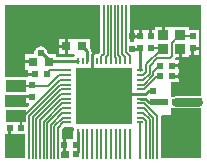
<source format=gtl>
G04 Layer_Physical_Order=1*
G04 Layer_Color=255*
%FSLAX24Y24*%
%MOIN*%
G70*
G01*
G75*
%ADD10R,0.0374X0.0335*%
%ADD11R,0.0197X0.0236*%
%ADD12R,0.0236X0.0197*%
%ADD13R,0.0256X0.0197*%
%ADD14O,0.0256X0.0079*%
%ADD15O,0.0079X0.0256*%
%ADD16R,0.1850X0.1850*%
%ADD17R,0.0295X0.0315*%
%ADD18R,0.0709X0.0394*%
%ADD19R,0.0300X0.0300*%
%ADD20C,0.0090*%
%ADD21C,0.0060*%
%ADD22C,0.0300*%
%ADD23C,0.0150*%
%ADD24C,0.0100*%
%ADD25C,0.0080*%
%ADD26C,0.0200*%
%ADD27C,0.0240*%
%ADD28C,0.0260*%
G36*
X-120Y1474D02*
X-171Y1424D01*
X-184Y1409D01*
X-193Y1412D01*
X-214Y1418D01*
X-236Y1419D01*
X-258Y1418D01*
X-279Y1412D01*
X-300Y1404D01*
X-315Y1395D01*
X-330Y1404D01*
X-351Y1412D01*
X-372Y1418D01*
X-394Y1419D01*
X-406Y1430D01*
Y1507D01*
X-408Y1530D01*
X-413Y1552D01*
X-422Y1573D01*
X-434Y1592D01*
X-448Y1610D01*
X-467Y1628D01*
Y1927D01*
X-948D01*
X-962Y1927D01*
X-998D01*
X-1012Y1927D01*
X-1196D01*
Y1670D01*
Y1413D01*
X-1003Y1413D01*
X-972Y1374D01*
X-974Y1368D01*
X-979Y1362D01*
X-991Y1343D01*
X-998Y1327D01*
X-1587D01*
Y1407D01*
X-1820D01*
X-1879Y1467D01*
X-1880Y1476D01*
X-1885Y1505D01*
X-1895Y1532D01*
X-1908Y1558D01*
X-1924Y1582D01*
X-1943Y1604D01*
X-1964Y1623D01*
X-1988Y1639D01*
X-2014Y1651D01*
X-2041Y1661D01*
X-2070Y1666D01*
X-2098Y1668D01*
X-2127Y1666D01*
X-2155Y1661D01*
X-2183Y1651D01*
X-2209Y1639D01*
X-2233Y1623D01*
X-2254Y1604D01*
X-2273Y1582D01*
X-2289Y1558D01*
X-2302Y1532D01*
X-2311Y1505D01*
X-2317Y1476D01*
X-2319Y1448D01*
X-2363Y1407D01*
X-2613D01*
Y1200D01*
X-2366D01*
Y1100D01*
X-2613D01*
Y893D01*
X-2515D01*
Y790D01*
X-2297D01*
Y690D01*
X-2515D01*
Y639D01*
X-3280D01*
Y3040D01*
X-120D01*
Y1474D01*
D02*
G37*
G36*
X-2578Y33D02*
X-2380D01*
Y-67D01*
X-2578D01*
Y-235D01*
X-2501D01*
X-2482Y-281D01*
X-2546Y-345D01*
X-3280D01*
Y45D01*
X-2578D01*
Y33D01*
D02*
G37*
G36*
X3249Y3D02*
X3144D01*
X3137Y3D01*
X2400D01*
X2374Y1D01*
X2348Y-4D01*
X2323Y-12D01*
X2300Y-24D01*
X2258Y-5D01*
X2250Y3D01*
Y482D01*
X2495D01*
Y630D01*
X2277D01*
Y730D01*
X2495D01*
Y832D01*
X2495D01*
Y980D01*
X2277D01*
Y1080D01*
X2495D01*
Y1228D01*
X2403D01*
X2384Y1260D01*
X2380Y1273D01*
X2408Y1316D01*
X2505D01*
Y1584D01*
X2605D01*
Y1316D01*
X2842D01*
Y1395D01*
X2920D01*
Y1613D01*
X2970D01*
Y1663D01*
X3168D01*
Y1789D01*
Y2225D01*
X2842D01*
Y2304D01*
X2035D01*
Y2036D01*
X1935D01*
Y2304D01*
X1698D01*
Y2225D01*
X1620D01*
Y2007D01*
X1520D01*
Y2225D01*
X1270D01*
Y2007D01*
X1220D01*
Y1957D01*
X1022D01*
Y1837D01*
X1017Y1829D01*
X972Y1798D01*
X969Y1799D01*
X940Y1800D01*
X911Y1799D01*
X910Y1798D01*
X860Y1833D01*
Y3040D01*
X3249D01*
Y3D01*
D02*
G37*
G36*
X-3087Y-1258D02*
X-2620D01*
Y-2050D01*
X-3280D01*
Y-1258D01*
X-3187D01*
Y-1060D01*
X-3087D01*
Y-1258D01*
D02*
G37*
G36*
X2323Y-383D02*
X2348Y-391D01*
X2374Y-396D01*
X2400Y-398D01*
X3137D01*
X3144Y-397D01*
X3249D01*
Y-2050D01*
X1900D01*
Y-663D01*
X1944Y-630D01*
X2250D01*
Y-448D01*
X2251Y-398D01*
X2300Y-371D01*
X2323Y-383D01*
D02*
G37*
G36*
X-1025Y-1025D02*
X-1003Y-1075D01*
X-1004Y-1080D01*
X-1006Y-1102D01*
Y-1152D01*
X-1010Y-1168D01*
X-1012Y-1191D01*
Y-1412D01*
X-1267D01*
Y-1610D01*
Y-1808D01*
X-1181D01*
X-1164Y-1825D01*
X-1148Y-1858D01*
X-1153Y-1873D01*
X-1159Y-1901D01*
X-1160Y-1930D01*
X-1159Y-1959D01*
X-1153Y-1987D01*
X-1149Y-2000D01*
X-1167Y-2036D01*
X-1182Y-2050D01*
X-1398D01*
Y-1808D01*
X-1367D01*
Y-1610D01*
Y-1412D01*
X-1398D01*
Y-1096D01*
X-1305Y-1003D01*
X-1301Y-1004D01*
X-1280Y-1006D01*
X-1102D01*
X-1080Y-1004D01*
X-1075Y-1003D01*
X-1025Y-1025D01*
D02*
G37*
%LPC*%
G36*
X-1296Y1927D02*
X-1493D01*
Y1720D01*
X-1296D01*
Y1927D01*
D02*
G37*
G36*
X1170Y2225D02*
X1022D01*
Y2057D01*
X1170D01*
Y2225D01*
D02*
G37*
G36*
X3168Y1563D02*
X3020D01*
Y1395D01*
X3168D01*
Y1563D01*
D02*
G37*
G36*
X-1296Y1620D02*
X-1493D01*
Y1413D01*
X-1296D01*
Y1620D01*
D02*
G37*
%LPD*%
D10*
X1985Y1584D02*
D03*
Y2036D02*
D03*
X2555D02*
D03*
Y1584D02*
D03*
D11*
X2970Y1613D02*
D03*
Y2007D02*
D03*
X1570Y2007D02*
D03*
Y1613D02*
D03*
X1650Y-197D02*
D03*
Y197D02*
D03*
X1220Y2007D02*
D03*
Y1613D02*
D03*
X-2380Y-17D02*
D03*
Y377D02*
D03*
D12*
X-2297Y740D02*
D03*
X-1903D02*
D03*
X-1317Y-1610D02*
D03*
X-923D02*
D03*
X1883Y680D02*
D03*
X2277D02*
D03*
X2277Y1030D02*
D03*
X1883D02*
D03*
X-3137Y-1060D02*
D03*
X-2743D02*
D03*
D13*
X2023Y-200D02*
D03*
X2397D02*
D03*
D14*
X-1191Y866D02*
D03*
Y709D02*
D03*
Y551D02*
D03*
Y394D02*
D03*
Y236D02*
D03*
Y79D02*
D03*
Y-79D02*
D03*
Y-236D02*
D03*
Y-394D02*
D03*
Y-551D02*
D03*
Y-709D02*
D03*
Y-866D02*
D03*
X1191D02*
D03*
Y-709D02*
D03*
Y-551D02*
D03*
Y-394D02*
D03*
Y-236D02*
D03*
Y-79D02*
D03*
Y79D02*
D03*
Y236D02*
D03*
Y394D02*
D03*
Y551D02*
D03*
Y709D02*
D03*
Y866D02*
D03*
D15*
X-866Y-1191D02*
D03*
X-709D02*
D03*
X-551D02*
D03*
X-394D02*
D03*
X-236D02*
D03*
X-79D02*
D03*
X79D02*
D03*
X236D02*
D03*
X394D02*
D03*
X551D02*
D03*
X709D02*
D03*
X866D02*
D03*
Y1191D02*
D03*
X709D02*
D03*
X551D02*
D03*
X394D02*
D03*
X236D02*
D03*
X79D02*
D03*
X-79D02*
D03*
X-236D02*
D03*
X-394D02*
D03*
X-551D02*
D03*
X-709D02*
D03*
X-866D02*
D03*
D16*
X0Y0D02*
D03*
D17*
X-1834Y1150D02*
D03*
X-2366D02*
D03*
X-1246Y1670D02*
D03*
X-714D02*
D03*
D18*
X-2940Y342D02*
D03*
Y-642D02*
D03*
D19*
X3137Y-197D02*
D03*
D20*
X-394Y1191D02*
Y1396D01*
X-320Y1470D02*
Y1590D01*
X-394Y1396D02*
X-320Y1470D01*
X-394Y866D02*
Y1191D01*
X-940Y-1930D02*
X-866Y-1856D01*
Y-1191D01*
X-2098Y1448D02*
X-2066D01*
X-1799Y1181D02*
X-870D01*
X-2066Y1448D02*
X-1833Y1215D01*
X-1799Y1181D01*
X1191Y-79D02*
X1378D01*
X1500Y-201D01*
X1653D01*
X1378Y80D02*
X1491Y193D01*
X1653D01*
X243Y80D02*
X1378D01*
X-551Y1191D02*
Y1507D01*
X-714Y1670D02*
X-551Y1507D01*
D21*
X2200Y1280D02*
X2270Y1350D01*
X1784Y1280D02*
X2200D01*
X1529Y1025D02*
X1784Y1280D01*
X1409Y1074D02*
X1894Y1560D01*
X1409Y813D02*
Y1074D01*
X1894Y1560D02*
X1980D01*
X2270Y1790D02*
X2487Y2007D01*
X2270Y1350D02*
Y1790D01*
X2487Y2007D02*
X2970D01*
X1191Y-709D02*
X1305D01*
X1409Y-813D01*
Y-2060D02*
Y-813D01*
X1191Y-2060D02*
Y-866D01*
X-1477Y709D02*
X-1191D01*
X-2658Y-642D02*
X-1465Y551D01*
X-1191D01*
X-2490Y-644D02*
X-1452Y394D01*
X-1191D01*
X-2370Y-694D02*
X-1440Y236D01*
X-1191D01*
X-2250Y-744D02*
X-1427Y79D01*
X-1191D01*
X-2129Y-794D02*
X-1414Y-79D01*
X-1191D01*
X-1769Y-943D02*
X-1377Y-551D01*
X-1191D01*
X-1649Y-992D02*
X-1365Y-709D01*
X-1191D01*
X-2009Y-843D02*
X-1401Y-236D01*
X-1191D01*
X-1889Y-893D02*
X-1389Y-394D01*
X-1191D01*
X1319Y-551D02*
X1529Y-762D01*
X1331Y-394D02*
X1650Y-713D01*
X1343Y-236D02*
X1770Y-663D01*
X-709Y-2060D02*
Y-1191D01*
X-236Y-2060D02*
Y-1191D01*
X-394Y-2060D02*
Y-1191D01*
X1191Y-236D02*
X1343D01*
X1191Y-394D02*
X1331D01*
X1770Y-2060D02*
Y-663D01*
X1650Y812D02*
X1841Y1002D01*
X1787Y680D02*
X1890D01*
X1191Y709D02*
X1305D01*
X1409Y813D01*
X1191Y551D02*
X1319D01*
X1529Y762D01*
X1191Y394D02*
X1331D01*
X1650Y713D01*
X1650Y812D01*
X1191Y236D02*
X1343D01*
X1787Y680D01*
X866Y-2060D02*
Y-1191D01*
X1529Y-2060D02*
Y-762D01*
X1191Y-551D02*
X1319D01*
X1650Y-2060D02*
Y-713D01*
X1529Y762D02*
Y1025D01*
X-79Y1191D02*
Y1332D01*
X10Y1420D01*
Y3049D01*
X79Y1191D02*
Y1319D01*
X130Y1371D01*
Y3049D01*
X250Y1321D02*
Y3049D01*
X236Y1191D02*
Y1307D01*
X250Y1321D01*
X370Y1323D02*
X394Y1299D01*
X370Y1323D02*
Y3049D01*
X394Y1191D02*
Y1299D01*
X490Y1373D02*
X551Y1312D01*
X490Y1373D02*
Y3049D01*
X551Y1191D02*
Y1312D01*
X610Y1423D02*
X709Y1324D01*
X610Y1423D02*
Y3049D01*
X709Y1191D02*
Y1324D01*
X730Y1472D02*
X866Y1336D01*
X730Y1472D02*
Y3049D01*
X866Y1191D02*
Y1336D01*
X1927Y1613D02*
X2005Y1534D01*
X1550Y1613D02*
X1927D01*
X709Y-2060D02*
Y-1191D01*
X551Y-2060D02*
Y-1191D01*
X394Y-2060D02*
Y-1191D01*
X236Y-2060D02*
Y-1191D01*
X79Y-2060D02*
Y-1191D01*
X-79Y-2060D02*
Y-1191D01*
X-551Y-2060D02*
Y-1191D01*
X-1353Y-866D02*
X-1191D01*
X-1529Y-1042D02*
X-1353Y-866D01*
X-1529Y-2058D02*
Y-1042D01*
X-2490Y-2058D02*
Y-644D01*
X-2370Y-2058D02*
Y-694D01*
X-2129Y-2058D02*
Y-794D01*
X-2009Y-2058D02*
Y-843D01*
X-2250Y-2058D02*
Y-744D01*
X-1769Y-2058D02*
Y-943D01*
X-1889Y-2058D02*
Y-893D01*
X-1649Y-2058D02*
Y-992D01*
X-2940Y-642D02*
X-2658D01*
X-2743Y-1060D02*
Y-839D01*
X-2940Y-642D02*
X-2743Y-839D01*
X-2940Y342D02*
X-1844D01*
X-1477Y709D01*
D22*
X2400Y-197D02*
X3137D01*
D23*
X-969Y-1930D02*
X-940D01*
X-1833Y1148D02*
Y1215D01*
D24*
X1191Y866D02*
X1220Y895D01*
Y1573D01*
X940Y1580D02*
X947Y1573D01*
X1220D01*
D25*
X-1783Y866D02*
X-1191D01*
X-1902Y748D02*
X-1783Y866D01*
D26*
X1650Y-199D02*
X2003D01*
D27*
X-320Y1590D02*
D03*
X2372Y138D02*
D03*
X-2130Y2920D02*
D03*
X-1370D02*
D03*
X2590Y1010D02*
D03*
Y680D02*
D03*
X-2620Y750D02*
D03*
X-1180Y-1181D02*
D03*
X-940Y-1930D02*
D03*
X2750Y-940D02*
D03*
X-1310Y-1940D02*
D03*
X940Y1580D02*
D03*
X-2720Y1150D02*
D03*
X-2098Y1448D02*
D03*
X-3160Y2920D02*
D03*
X-2070Y1790D02*
D03*
X-3160Y1490D02*
D03*
X-360Y2920D02*
D03*
X980D02*
D03*
X1220Y2340D02*
D03*
X1550D02*
D03*
X940Y2010D02*
D03*
X3130Y2920D02*
D03*
X1940Y2410D02*
D03*
X2950Y1280D02*
D03*
X3130Y140D02*
D03*
X2400Y-530D02*
D03*
X3130D02*
D03*
X2030Y-1890D02*
D03*
X3130D02*
D03*
X-3160Y-1930D02*
D03*
Y-1380D02*
D03*
X-2790Y-80D02*
D03*
X-1480Y2060D02*
D03*
D28*
X-709Y709D02*
D03*
X-236D02*
D03*
X236D02*
D03*
X709D02*
D03*
X-709Y236D02*
D03*
X-236D02*
D03*
X236D02*
D03*
X709D02*
D03*
X-709Y-236D02*
D03*
X-236D02*
D03*
X236D02*
D03*
X709D02*
D03*
X-709Y-709D02*
D03*
X-236D02*
D03*
X236D02*
D03*
X709D02*
D03*
M02*

</source>
